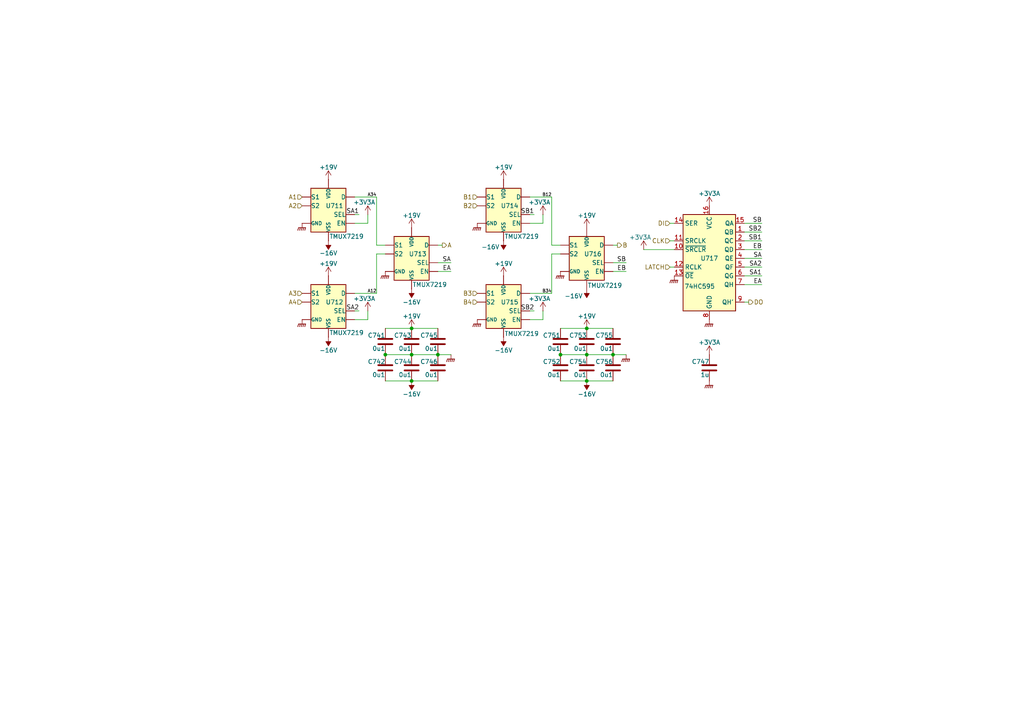
<source format=kicad_sch>
(kicad_sch (version 20250114) (generator "eeschema") (generator_version "9.0")
  (paper "A4")
  (lib_symbols
    (symbol "74xx:74HC595"
      (property "Reference" "U" (at -7.62 13.97 0))
      (property "Value" "74HC595" (at -7.62 -16.51 0))
      (symbol "74HC595_1_0"
        (pin input line (at -10.16 10.16 0) (length 2.54) (name "SER") (number "14"))
        (pin input line (at -10.16 5.08 0) (length 2.54) (name "SRCLK") (number "11"))
        (pin input line (at -10.16 2.54 0) (length 2.54) (name "~{SRCLR}") (number "10"))
        (pin input line (at -10.16 -2.54 0) (length 2.54) (name "RCLK") (number "12"))
        (pin input line (at -10.16 -5.08 0) (length 2.54) (name "~{OE}") (number "13"))
        (pin power_in line (at 0 15.24 270) (length 2.54) (name "VCC") (number "16"))
        (pin power_in line (at 0 -17.78 90) (length 2.54) (name "GND") (number "8"))
        (pin tri_state line (at 10.16 10.16 180) (length 2.54) (name "QA") (number "15"))
        (pin tri_state line (at 10.16 7.62 180) (length 2.54) (name "QB") (number "1"))
        (pin tri_state line (at 10.16 5.08 180) (length 2.54) (name "QC") (number "2"))
        (pin tri_state line (at 10.16 2.54 180) (length 2.54) (name "QD") (number "3"))
        (pin tri_state line (at 10.16 0 180) (length 2.54) (name "QE") (number "4"))
        (pin tri_state line (at 10.16 -2.54 180) (length 2.54) (name "QF") (number "5"))
        (pin tri_state line (at 10.16 -5.08 180) (length 2.54) (name "QG") (number "6"))
        (pin tri_state line (at 10.16 -7.62 180) (length 2.54) (name "QH") (number "7"))
        (pin output line (at 10.16 -12.7 180) (length 2.54) (name "QH'") (number "9"))
      )
      (symbol "74HC595_1_1"
        (rectangle (start -7.62 12.7) (end 7.62 -15.24) (stroke (width 0.254)) (fill (type background)))
      )
    )
    (symbol "Device:C" (pin_numbers (hide yes)) (pin_names (offset 0.254))
      (property "Reference" "C" (at 0.635 2.54 0))
      (property "Value" "C" (at 0.635 -2.54 0))
      (symbol "C_0_1"
        (polyline (pts (xy -2.032 0.762) (xy 2.032 0.762)) (stroke (width 0.508)))
        (polyline (pts (xy -2.032 -0.762) (xy 2.032 -0.762)) (stroke (width 0.508)))
      )
      (symbol "C_1_1"
        (pin passive line (at 0 3.81 270) (length 2.794) (name "~") (number "1"))
        (pin passive line (at 0 -3.81 90) (length 2.794) (name "~") (number "2"))
      )
    )
    (symbol "Parts:+19V" (power) (pin_numbers (hide yes)) (pin_names (offset 0) (hide yes))
      (property "Value" "+19V" (at 0 3.556 0))
      (symbol "+19V_0_1"
        (polyline (pts (xy -0.762 1.27) (xy 0 2.54)))
        (polyline (pts (xy 0 2.54) (xy 0.762 1.27)))
        (polyline (pts (xy 0 0) (xy 0 2.54)))
      )
      (symbol "+19V_1_1"
        (pin power_in line (at 0 0 90) (length 0) (name "~") (number "1"))
      )
    )
    (symbol "Parts:+3V3A" (power) (pin_numbers (hide yes)) (pin_names (offset 0) (hide yes))
      (property "Value" "+3V3A" (at 0 3.556 0))
      (symbol "+3V3A_0_1"
        (polyline (pts (xy -0.762 1.27) (xy 0 2.54)))
        (polyline (pts (xy 0 2.54) (xy 0.762 1.27)))
        (polyline (pts (xy 0 0) (xy 0 2.54)))
      )
      (symbol "+3V3A_1_1"
        (pin power_in line (at 0 0 90) (length 0) (name "~") (number "1"))
      )
    )
    (symbol "Parts:-16V" (power) (pin_numbers (hide yes)) (pin_names (offset 0) (hide yes))
      (property "Value" "-16V" (at 0 -3.556 0))
      (symbol "-16V_0_0"
        (pin power_in line (at 0 0 270) (length 0) (name "~") (number "1"))
      )
      (symbol "-16V_0_1"
        (polyline (pts (xy 0 0) (xy 0 -1.27) (xy -0.762 -1.27) (xy 0 -2.54) (xy 0.762 -1.27) (xy 0 -1.27)) (fill (type outline)))
      )
    )
    (symbol "Parts:TMUX7219" (pin_numbers (hide yes)) (pin_names (offset 0.002))
      (property "Reference" "U" (at 0 0 0))
      (property "Value" "TMUX7219" (at 5.334 7.366 0))
      (symbol "TMUX7219_0_1"
        (pin bidirectional line (at -7.62 3.81 0) (length 2.54) (name "D") (number "1"))
        (pin input line (at -7.62 -1.27 0) (length 2.54) (name "SEL") (number "6"))
        (pin input line (at -7.62 -3.81 0) (length 2.54) (name "EN") (number "5"))
        (pin power_in line (at 0 8.89 270) (length 2.54) (name "VDD") (number "4"))
        (pin power_in line (at 0 -8.89 90) (length 2.54) (name "VSS") (number "7"))
        (pin bidirectional line (at 7.62 3.81 180) (length 2.54) (name "S1") (number "2"))
        (pin bidirectional line (at 7.62 1.27 180) (length 2.54) (name "S2") (number "8"))
        (pin power_in line (at 7.62 -3.81 180) (length 2.54) (name "GND") (number "3"))
      )
      (symbol "TMUX7219_1_1"
        (rectangle (start -5.08 6.35) (end 5.08 -6.35) (stroke (width 0.254)) (fill (type background)))
      )
    )
    (symbol "TMUX7219_1" (pin_numbers (hide yes)) (pin_names (offset 0.002))
      (property "Reference" "U" (at 0 0 0))
      (property "Value" "TMUX7219" (at 5.334 7.366 0))
      (symbol "TMUX7219_1_0_1"
        (pin bidirectional line (at -7.62 3.81 0) (length 2.54) (name "D") (number "1"))
        (pin input line (at -7.62 -1.27 0) (length 2.54) (name "SEL") (number "6"))
        (pin input line (at -7.62 -3.81 0) (length 2.54) (name "EN") (number "5"))
        (pin power_in line (at 0 8.89 270) (length 2.54) (name "VDD") (number "4"))
        (pin power_in line (at 0 -8.89 90) (length 2.54) (name "VSS") (number "7"))
        (pin bidirectional line (at 7.62 3.81 180) (length 2.54) (name "S1") (number "2"))
        (pin bidirectional line (at 7.62 1.27 180) (length 2.54) (name "S2") (number "8"))
        (pin power_in line (at 7.62 -3.81 180) (length 2.54) (name "GND") (number "3"))
      )
      (symbol "TMUX7219_1_1_1"
        (rectangle (start -5.08 6.35) (end 5.08 -6.35) (stroke (width 0.254)) (fill (type background)))
      )
    )
    (symbol "TMUX7219_2" (pin_numbers (hide yes)) (pin_names (offset 0.002))
      (property "Reference" "U" (at 0 0 0))
      (property "Value" "TMUX7219" (at 5.334 7.366 0))
      (symbol "TMUX7219_2_0_1"
        (pin bidirectional line (at -7.62 3.81 0) (length 2.54) (name "D") (number "1"))
        (pin input line (at -7.62 -1.27 0) (length 2.54) (name "SEL") (number "6"))
        (pin input line (at -7.62 -3.81 0) (length 2.54) (name "EN") (number "5"))
        (pin power_in line (at 0 8.89 270) (length 2.54) (name "VDD") (number "4"))
        (pin power_in line (at 0 -8.89 90) (length 2.54) (name "VSS") (number "7"))
        (pin bidirectional line (at 7.62 3.81 180) (length 2.54) (name "S1") (number "2"))
        (pin bidirectional line (at 7.62 1.27 180) (length 2.54) (name "S2") (number "8"))
        (pin power_in line (at 7.62 -3.81 180) (length 2.54) (name "GND") (number "3"))
      )
      (symbol "TMUX7219_2_1_1"
        (rectangle (start -5.08 6.35) (end 5.08 -6.35) (stroke (width 0.254)) (fill (type background)))
      )
    )
    (symbol "TMUX7219_3" (pin_numbers (hide yes)) (pin_names (offset 0.002))
      (property "Reference" "U" (at 0 0 0))
      (property "Value" "TMUX7219" (at 5.334 7.366 0))
      (symbol "TMUX7219_3_0_1"
        (pin bidirectional line (at -7.62 3.81 0) (length 2.54) (name "D") (number "1"))
        (pin input line (at -7.62 -1.27 0) (length 2.54) (name "SEL") (number "6"))
        (pin input line (at -7.62 -3.81 0) (length 2.54) (name "EN") (number "5"))
        (pin power_in line (at 0 8.89 270) (length 2.54) (name "VDD") (number "4"))
        (pin power_in line (at 0 -8.89 90) (length 2.54) (name "VSS") (number "7"))
        (pin bidirectional line (at 7.62 3.81 180) (length 2.54) (name "S1") (number "2"))
        (pin bidirectional line (at 7.62 1.27 180) (length 2.54) (name "S2") (number "8"))
        (pin power_in line (at 7.62 -3.81 180) (length 2.54) (name "GND") (number "3"))
      )
      (symbol "TMUX7219_3_1_1"
        (rectangle (start -5.08 6.35) (end 5.08 -6.35) (stroke (width 0.254)) (fill (type background)))
      )
    )
    (symbol "TMUX7219_4" (pin_numbers (hide yes)) (pin_names (offset 0.002))
      (property "Reference" "U" (at 0 0 0))
      (property "Value" "TMUX7219" (at 5.334 7.366 0))
      (symbol "TMUX7219_4_0_1"
        (pin bidirectional line (at -7.62 3.81 0) (length 2.54) (name "D") (number "1"))
        (pin input line (at -7.62 -1.27 0) (length 2.54) (name "SEL") (number "6"))
        (pin input line (at -7.62 -3.81 0) (length 2.54) (name "EN") (number "5"))
        (pin power_in line (at 0 8.89 270) (length 2.54) (name "VDD") (number "4"))
        (pin power_in line (at 0 -8.89 90) (length 2.54) (name "VSS") (number "7"))
        (pin bidirectional line (at 7.62 3.81 180) (length 2.54) (name "S1") (number "2"))
        (pin bidirectional line (at 7.62 1.27 180) (length 2.54) (name "S2") (number "8"))
        (pin power_in line (at 7.62 -3.81 180) (length 2.54) (name "GND") (number "3"))
      )
      (symbol "TMUX7219_4_1_1"
        (rectangle (start -5.08 6.35) (end 5.08 -6.35) (stroke (width 0.254)) (fill (type background)))
      )
    )
    (symbol "TMUX7219_5" (pin_numbers (hide yes)) (pin_names (offset 0.002))
      (property "Reference" "U" (at 0 0 0))
      (property "Value" "TMUX7219" (at 5.334 7.366 0))
      (symbol "TMUX7219_5_0_1"
        (pin bidirectional line (at -7.62 3.81 0) (length 2.54) (name "D") (number "1"))
        (pin input line (at -7.62 -1.27 0) (length 2.54) (name "SEL") (number "6"))
        (pin input line (at -7.62 -3.81 0) (length 2.54) (name "EN") (number "5"))
        (pin power_in line (at 0 8.89 270) (length 2.54) (name "VDD") (number "4"))
        (pin power_in line (at 0 -8.89 90) (length 2.54) (name "VSS") (number "7"))
        (pin bidirectional line (at 7.62 3.81 180) (length 2.54) (name "S1") (number "2"))
        (pin bidirectional line (at 7.62 1.27 180) (length 2.54) (name "S2") (number "8"))
        (pin power_in line (at 7.62 -3.81 180) (length 2.54) (name "GND") (number "3"))
      )
      (symbol "TMUX7219_5_1_1"
        (rectangle (start -5.08 6.35) (end 5.08 -6.35) (stroke (width 0.254)) (fill (type background)))
      )
    )
    (symbol "power:GNDPWR" (power) (pin_numbers (hide yes)) (pin_names (offset 0) (hide yes))
      (property "Value" "GNDPWR" (at 0 -3.302 0))
      (symbol "GNDPWR_0_1"
        (polyline (pts (xy -1.016 -1.27) (xy -1.27 -2.032) (xy -1.27 -2.032)) (stroke (width 0.2032)))
        (polyline (pts (xy -0.508 -1.27) (xy -0.762 -2.032) (xy -0.762 -2.032)) (stroke (width 0.2032)))
        (polyline (pts (xy 0 -1.27) (xy 0 0)))
        (polyline (pts (xy 0 -1.27) (xy -0.254 -2.032) (xy -0.254 -2.032)) (stroke (width 0.2032)))
        (polyline (pts (xy 0.508 -1.27) (xy 0.254 -2.032) (xy 0.254 -2.032)) (stroke (width 0.2032)))
        (polyline (pts (xy 1.016 -1.27) (xy -1.016 -1.27) (xy -1.016 -1.27)) (stroke (width 0.2032)))
        (polyline (pts (xy 1.016 -1.27) (xy 0.762 -2.032) (xy 0.762 -2.032) (xy 0.762 -2.032)) (stroke (width 0.2032)))
      )
      (symbol "GNDPWR_1_1"
        (pin power_in line (at 0 0 270) (length 0) (name "~") (number "1"))
      )
    )
  )
  (junction (at 127 102.87))
  (junction (at 170.18 102.87))
  (junction (at 119.38 95.25))
  (junction (at 119.38 110.49))
  (junction (at 162.56 102.87))
  (junction (at 177.8 102.87))
  (junction (at 170.18 110.49))
  (junction (at 119.38 102.87))
  (junction (at 111.76 102.87))
  (junction (at 170.18 95.25))
  (wire (pts (xy 157.48 90.17) (xy 157.48 92.71)))
  (wire (pts (xy 215.9 74.93) (xy 220.98 74.93)))
  (wire (pts (xy 215.9 67.31) (xy 220.98 67.31)))
  (wire (pts (xy 102.87 62.23) (xy 104.14 62.23)))
  (wire (pts (xy 215.9 82.55) (xy 220.98 82.55)))
  (wire (pts (xy 153.67 62.23) (xy 154.94 62.23)))
  (wire (pts (xy 194.31 69.85) (xy 195.58 69.85)))
  (wire (pts (xy 111.76 95.25) (xy 119.38 95.25)))
  (wire (pts (xy 186.69 72.39) (xy 195.58 72.39)))
  (wire (pts (xy 127 76.2) (xy 130.81 76.2)))
  (wire (pts (xy 162.56 102.87) (xy 170.18 102.87)))
  (wire (pts (xy 153.67 92.71) (xy 157.48 92.71)))
  (wire (pts (xy 109.22 57.15) (xy 109.22 71.12)))
  (wire (pts (xy 157.48 62.23) (xy 157.48 64.77)))
  (wire (pts (xy 162.56 110.49) (xy 170.18 110.49)))
  (wire (pts (xy 162.56 95.25) (xy 170.18 95.25)))
  (wire (pts (xy 109.22 71.12) (xy 111.76 71.12)))
  (wire (pts (xy 106.68 64.77) (xy 102.87 64.77)))
  (wire (pts (xy 215.9 87.63) (xy 217.17 87.63)))
  (wire (pts (xy 153.67 85.09) (xy 160.02 85.09)))
  (wire (pts (xy 170.18 110.49) (xy 177.8 110.49)))
  (wire (pts (xy 119.38 110.49) (xy 127 110.49)))
  (wire (pts (xy 215.9 72.39) (xy 220.98 72.39)))
  (wire (pts (xy 106.68 62.23) (xy 106.68 64.77)))
  (wire (pts (xy 102.87 92.71) (xy 106.68 92.71)))
  (wire (pts (xy 160.02 57.15) (xy 160.02 71.12)))
  (wire (pts (xy 215.9 64.77) (xy 220.98 64.77)))
  (wire (pts (xy 177.8 78.74) (xy 181.61 78.74)))
  (wire (pts (xy 109.22 73.66) (xy 109.22 85.09)))
  (wire (pts (xy 102.87 57.15) (xy 109.22 57.15)))
  (wire (pts (xy 177.8 71.12) (xy 179.07 71.12)))
  (wire (pts (xy 127 102.87) (xy 119.38 102.87)))
  (wire (pts (xy 102.87 90.17) (xy 104.14 90.17)))
  (wire (pts (xy 194.31 64.77) (xy 195.58 64.77)))
  (wire (pts (xy 127 78.74) (xy 130.81 78.74)))
  (wire (pts (xy 215.9 69.85) (xy 220.98 69.85)))
  (wire (pts (xy 177.8 102.87) (xy 181.61 102.87)))
  (wire (pts (xy 215.9 80.01) (xy 220.98 80.01)))
  (wire (pts (xy 160.02 73.66) (xy 162.56 73.66)))
  (wire (pts (xy 119.38 95.25) (xy 127 95.25)))
  (wire (pts (xy 111.76 110.49) (xy 119.38 110.49)))
  (wire (pts (xy 194.31 77.47) (xy 195.58 77.47)))
  (wire (pts (xy 127 71.12) (xy 128.27 71.12)))
  (wire (pts (xy 153.67 64.77) (xy 157.48 64.77)))
  (wire (pts (xy 170.18 102.87) (xy 177.8 102.87)))
  (wire (pts (xy 111.76 102.87) (xy 119.38 102.87)))
  (wire (pts (xy 160.02 73.66) (xy 160.02 85.09)))
  (wire (pts (xy 170.18 95.25) (xy 177.8 95.25)))
  (wire (pts (xy 215.9 77.47) (xy 220.98 77.47)))
  (wire (pts (xy 102.87 85.09) (xy 109.22 85.09)))
  (wire (pts (xy 127 102.87) (xy 130.81 102.87)))
  (wire (pts (xy 160.02 71.12) (xy 162.56 71.12)))
  (wire (pts (xy 106.68 90.17) (xy 106.68 92.71)))
  (wire (pts (xy 177.8 76.2) (xy 181.61 76.2)))
  (wire (pts (xy 109.22 73.66) (xy 111.76 73.66)))
  (wire (pts (xy 153.67 57.15) (xy 160.02 57.15)))
  (wire (pts (xy 153.67 90.17) (xy 154.94 90.17)))
  (label "EB" (at 220.98 72.39 180))
  (label "A34" (at 109.22 57.15 180) (effects (font (size 0.889 0.889))))
  (label "SA" (at 220.98 74.93 180))
  (label "B12" (at 160.02 57.15 180) (effects (font (size 0.889 0.889))))
  (label "EB" (at 181.61 78.74 180))
  (label "SB2" (at 220.98 67.31 180))
  (label "SB" (at 181.61 76.2 180))
  (label "B34" (at 160.02 85.09 180) (effects (font (size 0.889 0.889))))
  (label "SA2" (at 220.98 77.47 180))
  (label "EA" (at 130.81 78.74 180))
  (label "EA" (at 220.98 82.55 180))
  (label "SA1" (at 104.14 62.23 180))
  (label "SB1" (at 154.94 62.23 180))
  (label "A12" (at 109.22 85.09 180) (effects (font (size 0.889 0.889))))
  (label "SB1" (at 220.98 69.85 180))
  (label "SA2" (at 104.14 90.17 180))
  (label "SA1" (at 220.98 80.01 180))
  (label "SB2" (at 154.94 90.17 180))
  (label "SA" (at 130.81 76.2 180))
  (label "SB" (at 220.98 64.77 180))
  (hierarchical_label "A3" (shape input) (at 87.63 85.09 180))
  (hierarchical_label "DI" (shape input) (at 194.31 64.77 180))
  (hierarchical_label "A1" (shape input) (at 87.63 57.15 180))
  (hierarchical_label "B" (shape output) (at 179.07 71.12 0))
  (hierarchical_label "LATCH" (shape input) (at 194.31 77.47 180))
  (hierarchical_label "A2" (shape input) (at 87.63 59.69 180))
  (hierarchical_label "B3" (shape input) (at 138.43 85.09 180))
  (hierarchical_label "A4" (shape input) (at 87.63 87.63 180))
  (hierarchical_label "DO" (shape output) (at 217.17 87.63 0))
  (hierarchical_label "A" (shape output) (at 128.27 71.12 0))
  (hierarchical_label "B4" (shape input) (at 138.43 87.63 180))
  (hierarchical_label "B2" (shape input) (at 138.43 59.69 180))
  (hierarchical_label "B1" (shape input) (at 138.43 57.15 180))
  (hierarchical_label "CLK" (shape input) (at 194.31 69.85 180))
  (symbol (lib_id "Device:C") (at 170.18 106.68 0) (unit 1)
    (property "Reference" "C754" (at 170.18 104.902 0) (effects (justify right)))
    (property "Value" "0u1" (at 170.18 108.712 0) (effects (justify right)))
    (property "Footprint" "Capacitor_SMD:C_0402_1005Metric" (effects (hide yes)))
    (property "Datasheet" "X7R, 50V" (effects (hide yes)))
    (property "Description" "Unpolarized capacitor" (effects (hide yes)))
    (property "LCSC" "C307331" (effects (hide yes)))
  )
  (symbol (lib_id "Device:C") (at 170.18 99.06 0) (unit 1)
    (property "Reference" "C753" (at 170.18 97.282 0) (effects (justify right)))
    (property "Value" "0u1" (at 170.18 101.092 0) (effects (justify right)))
    (property "Footprint" "Capacitor_SMD:C_0402_1005Metric" (effects (hide yes)))
    (property "Datasheet" "X7R, 50V" (effects (hide yes)))
    (property "Description" "Unpolarized capacitor" (effects (hide yes)))
    (property "LCSC" "C307331" (effects (hide yes)))
  )
  (symbol (lib_id "Parts:-16V") (at 95.25 69.85 0) (unit 1)
    (property "Reference" "#PWR716" (effects (hide yes)))
    (property "Value" "-16V" (at 95.25 73.406 0))
    (property "Description" "Power symbol creates a global label with name \"-16V\"" (effects (hide yes)))
  )
  (symbol (lib_id "Parts:+19V") (at 146.05 52.07 0) (unit 1)
    (property "Reference" "#PWR740" (effects (hide yes)))
    (property "Value" "+19V" (at 146.05 48.514 0))
    (property "Description" "Power symbol creates a global label with name \"+19\"" (effects (hide yes)))
  )
  (symbol (lib_name "TMUX7219_5") (lib_id "Parts:TMUX7219") (at 146.05 60.96 0) (mirror y) (unit 1)
    (property "Reference" "U714" (at 147.828 59.69 0))
    (property "Value" "TMUX7219" (at 146.304 68.58 0) (effects (justify right)))
    (property "Footprint" "Parts:MSOP-8_3x3mm_P0.65mm" (effects (hide yes)))
    (property "Datasheet" "https://www.ti.com/lit/gpn/tmux7219" (effects (hide yes)))
  )
  (symbol (lib_id "power:GNDPWR") (at 205.74 110.49 0) (unit 1)
    (property "Reference" "#PWR0768" (effects (hide yes)))
    (property "Value" "GNDPWR" (effects (hide yes)))
    (property "Description" "Power symbol creates a global label with name \"GNDPWR\" , global ground" (effects (hide yes)))
  )
  (symbol (lib_id "Parts:+19V") (at 170.18 95.25 0) (unit 1)
    (property "Reference" "#PWR749" (effects (hide yes)))
    (property "Value" "+19V" (at 170.18 91.694 0))
    (property "Description" "Power symbol creates a global label with name \"+19\"" (effects (hide yes)))
  )
  (symbol (lib_id "Parts:+19V") (at 95.25 52.07 0) (unit 1)
    (property "Reference" "#PWR715" (effects (hide yes)))
    (property "Value" "+19V" (at 95.25 48.514 0))
    (property "Description" "Power symbol creates a global label with name \"+19\"" (effects (hide yes)))
  )
  (symbol (lib_id "Parts:+19V") (at 119.38 66.04 0) (unit 1)
    (property "Reference" "#PWR738" (effects (hide yes)))
    (property "Value" "+19V" (at 119.38 62.484 0))
    (property "Description" "Power symbol creates a global label with name \"+19\"" (effects (hide yes)))
  )
  (symbol (lib_id "Parts:-16V") (at 119.38 83.82 0) (unit 1)
    (property "Reference" "#PWR739" (effects (hide yes)))
    (property "Value" "-16V" (at 119.38 87.63 0))
    (property "Description" "Power symbol creates a global label with name \"-16V\"" (effects (hide yes)))
  )
  (symbol (lib_id "power:GNDPWR") (at 138.43 92.71 0) (unit 1)
    (property "Reference" "#PWR0754" (effects (hide yes)))
    (property "Value" "GNDPWR" (effects (hide yes)))
    (property "Description" "Power symbol creates a global label with name \"GNDPWR\" , global ground" (effects (hide yes)))
  )
  (symbol (lib_id "Parts:TMUX7219") (at 146.05 88.9 0) (mirror y) (unit 1)
    (property "Reference" "U715" (at 147.828 87.63 0))
    (property "Value" "TMUX7219" (at 146.304 96.774 0) (effects (justify right)))
    (property "Footprint" "Parts:MSOP-8_3x3mm_P0.65mm" (effects (hide yes)))
    (property "Datasheet" "https://www.ti.com/lit/gpn/tmux7219" (effects (hide yes)))
  )
  (symbol (lib_id "Device:C") (at 111.76 99.06 0) (unit 1)
    (property "Reference" "C741" (at 111.76 97.282 0) (effects (justify right)))
    (property "Value" "0u1" (at 111.76 101.092 0) (effects (justify right)))
    (property "Footprint" "Capacitor_SMD:C_0402_1005Metric" (effects (hide yes)))
    (property "Datasheet" "X7R, 50V" (effects (hide yes)))
    (property "Description" "Unpolarized capacitor" (effects (hide yes)))
    (property "LCSC" "C307331" (effects (hide yes)))
  )
  (symbol (lib_id "Parts:-16V") (at 95.25 97.79 0) (unit 1)
    (property "Reference" "#PWR737" (effects (hide yes)))
    (property "Value" "-16V" (at 95.25 101.6 0))
    (property "Description" "Power symbol creates a global label with name \"-16V\"" (effects (hide yes)))
  )
  (symbol (lib_id "power:GNDPWR") (at 138.43 64.77 0) (unit 1)
    (property "Reference" "#PWR0753" (effects (hide yes)))
    (property "Value" "GNDPWR" (effects (hide yes)))
    (property "Description" "Power symbol creates a global label with name \"GNDPWR\" , global ground" (effects (hide yes)))
  )
  (symbol (lib_id "Parts:+3V3A") (at 186.69 72.39 0) (unit 1)
    (property "Reference" "#PWR0726" (effects (hide yes)))
    (property "Value" "+3V3A" (at 185.674 68.834 0))
    (property "Description" "Power symbol creates a global label with name {dblquote}+3V3A{dblquote}" (effects (hide yes)))
  )
  (symbol (lib_id "Device:C") (at 111.76 106.68 0) (unit 1)
    (property "Reference" "C742" (at 111.76 104.902 0) (effects (justify right)))
    (property "Value" "0u1" (at 111.76 108.712 0) (effects (justify right)))
    (property "Footprint" "Capacitor_SMD:C_0402_1005Metric" (effects (hide yes)))
    (property "Datasheet" "X7R, 50V" (effects (hide yes)))
    (property "Description" "Unpolarized capacitor" (effects (hide yes)))
    (property "LCSC" "C307331" (effects (hide yes)))
  )
  (symbol (lib_id "power:GNDPWR") (at 87.63 64.77 0) (unit 1)
    (property "Reference" "#PWR0755" (effects (hide yes)))
    (property "Value" "GNDPWR" (effects (hide yes)))
    (property "Description" "Power symbol creates a global label with name \"GNDPWR\" , global ground" (effects (hide yes)))
  )
  (symbol (lib_name "TMUX7219_4") (lib_id "Parts:TMUX7219") (at 119.38 74.93 0) (mirror y) (unit 1)
    (property "Reference" "U713" (at 121.158 73.66 0))
    (property "Value" "TMUX7219" (at 119.634 82.55 0) (effects (justify right)))
    (property "Footprint" "Parts:MSOP-8_3x3mm_P0.65mm" (effects (hide yes)))
    (property "Datasheet" "https://www.ti.com/lit/gpn/tmux7219" (effects (hide yes)))
  )
  (symbol (lib_id "Parts:-16V") (at 170.18 83.82 0) (unit 1)
    (property "Reference" "#PWR745" (effects (hide yes)))
    (property "Value" "-16V" (at 166.37 85.852 0))
    (property "Description" "Power symbol creates a global label with name \"-16V\"" (effects (hide yes)))
  )
  (symbol (lib_id "74xx:74HC595") (at 205.74 74.93 0) (unit 1)
    (property "Reference" "U717" (at 205.74 74.93 0))
    (property "Value" "74HC595" (at 202.946 83.058 0))
    (property "Footprint" "Package_SO:SOIC-16_3.9x9.9mm_P1.27mm" (effects (hide yes)))
    (property "Datasheet" "http://www.ti.com/lit/ds/symlink/sn74hc595.pdf" (effects (hide yes)))
    (property "Description" "8-bit serial in/out Shift Register 3-State Outputs" (effects (hide yes)))
    (property "LCSC" "C5947" (effects (hide yes)))
  )
  (symbol (lib_id "Device:C") (at 162.56 99.06 0) (unit 1)
    (property "Reference" "C751" (at 162.56 97.282 0) (effects (justify right)))
    (property "Value" "0u1" (at 162.56 101.092 0) (effects (justify right)))
    (property "Footprint" "Capacitor_SMD:C_0402_1005Metric" (effects (hide yes)))
    (property "Datasheet" "X7R, 50V" (effects (hide yes)))
    (property "Description" "Unpolarized capacitor" (effects (hide yes)))
    (property "LCSC" "C307331" (effects (hide yes)))
  )
  (symbol (lib_id "Device:C") (at 127 99.06 0) (unit 1)
    (property "Reference" "C745" (at 127 97.282 0) (effects (justify right)))
    (property "Value" "0u1" (at 127 101.092 0) (effects (justify right)))
    (property "Footprint" "Capacitor_SMD:C_0402_1005Metric" (effects (hide yes)))
    (property "Datasheet" "X7R, 50V" (effects (hide yes)))
    (property "Description" "Unpolarized capacitor" (effects (hide yes)))
    (property "LCSC" "C307331" (effects (hide yes)))
  )
  (symbol (lib_id "Parts:+3V3A") (at 157.48 90.17 0) (unit 1)
    (property "Reference" "#PWR0769" (effects (hide yes)))
    (property "Value" "+3V3A" (at 156.464 86.614 0))
    (property "Description" "Power symbol creates a global label with name {dblquote}+3V3A{dblquote}" (effects (hide yes)))
  )
  (symbol (lib_id "Parts:+3V3A") (at 106.68 62.23 0) (unit 1)
    (property "Reference" "#PWR0730" (effects (hide yes)))
    (property "Value" "+3V3A" (at 105.664 58.674 0))
    (property "Description" "Power symbol creates a global label with name {dblquote}+3V3A{dblquote}" (effects (hide yes)))
  )
  (symbol (lib_name "TMUX7219_2") (lib_id "Parts:TMUX7219") (at 95.25 88.9 0) (mirror y) (unit 1)
    (property "Reference" "U712" (at 97.028 87.63 0))
    (property "Value" "TMUX7219" (at 95.504 96.52 0) (effects (justify right)))
    (property "Footprint" "Parts:MSOP-8_3x3mm_P0.65mm" (effects (hide yes)))
    (property "Datasheet" "https://www.ti.com/lit/gpn/tmux7219" (effects (hide yes)))
  )
  (symbol (lib_id "Device:C") (at 119.38 106.68 0) (unit 1)
    (property "Reference" "C744" (at 119.38 104.902 0) (effects (justify right)))
    (property "Value" "0u1" (at 119.38 108.712 0) (effects (justify right)))
    (property "Footprint" "Capacitor_SMD:C_0402_1005Metric" (effects (hide yes)))
    (property "Datasheet" "X7R, 50V" (effects (hide yes)))
    (property "Description" "Unpolarized capacitor" (effects (hide yes)))
    (property "LCSC" "C307331" (effects (hide yes)))
  )
  (symbol (lib_id "power:GNDPWR") (at 162.56 78.74 0) (unit 1)
    (property "Reference" "#PWR0752" (effects (hide yes)))
    (property "Value" "GNDPWR" (effects (hide yes)))
    (property "Description" "Power symbol creates a global label with name \"GNDPWR\" , global ground" (effects (hide yes)))
  )
  (symbol (lib_id "Parts:+19V") (at 119.38 95.25 0) (unit 1)
    (property "Reference" "#PWR748" (effects (hide yes)))
    (property "Value" "+19V" (at 119.38 91.694 0))
    (property "Description" "Power symbol creates a global label with name \"+19\"" (effects (hide yes)))
  )
  (symbol (lib_id "Parts:-16V") (at 146.05 97.79 0) (unit 1)
    (property "Reference" "#PWR743" (effects (hide yes)))
    (property "Value" "-16V" (at 146.05 101.6 0))
    (property "Description" "Power symbol creates a global label with name \"-16V\"" (effects (hide yes)))
  )
  (symbol (lib_id "power:GNDPWR") (at 130.81 102.87 0) (unit 1)
    (property "Reference" "#PWR0746" (effects (hide yes)))
    (property "Value" "GNDPWR" (effects (hide yes)))
    (property "Description" "Power symbol creates a global label with name \"GNDPWR\" , global ground" (effects (hide yes)))
  )
  (symbol (lib_id "Parts:-16V") (at 119.38 110.49 0) (unit 1)
    (property "Reference" "#PWR747" (effects (hide yes)))
    (property "Value" "-16V" (at 119.38 114.3 0))
    (property "Description" "Power symbol creates a global label with name \"-16V\"" (effects (hide yes)))
  )
  (symbol (lib_id "Device:C") (at 205.74 106.68 0) (unit 1)
    (property "Reference" "C747" (at 205.74 104.902 0) (effects (justify right)))
    (property "Value" "1u" (at 205.74 108.712 0) (effects (justify right)))
    (property "Footprint" "Capacitor_SMD:C_0402_1005Metric" (effects (hide yes)))
    (property "Datasheet" "25V" (effects (hide yes)))
    (property "Description" "Unpolarized capacitor" (effects (hide yes)))
    (property "LCSC" "C52923" (effects (hide yes)))
  )
  (symbol (lib_id "Device:C") (at 119.38 99.06 0) (unit 1)
    (property "Reference" "C743" (at 119.38 97.282 0) (effects (justify right)))
    (property "Value" "0u1" (at 119.38 101.092 0) (effects (justify right)))
    (property "Footprint" "Capacitor_SMD:C_0402_1005Metric" (effects (hide yes)))
    (property "Datasheet" "X7R, 50V" (effects (hide yes)))
    (property "Description" "Unpolarized capacitor" (effects (hide yes)))
    (property "LCSC" "C307331" (effects (hide yes)))
  )
  (symbol (lib_id "Parts:+19V") (at 95.25 80.01 0) (unit 1)
    (property "Reference" "#PWR720" (effects (hide yes)))
    (property "Value" "+19V" (at 95.25 76.454 0))
    (property "Description" "Power symbol creates a global label with name \"+19\"" (effects (hide yes)))
  )
  (symbol (lib_id "Device:C") (at 162.56 106.68 0) (unit 1)
    (property "Reference" "C752" (at 162.56 104.902 0) (effects (justify right)))
    (property "Value" "0u1" (at 162.56 108.712 0) (effects (justify right)))
    (property "Footprint" "Capacitor_SMD:C_0402_1005Metric" (effects (hide yes)))
    (property "Datasheet" "X7R, 50V" (effects (hide yes)))
    (property "Description" "Unpolarized capacitor" (effects (hide yes)))
    (property "LCSC" "C307331" (effects (hide yes)))
  )
  (symbol (lib_id "Parts:+3V3A") (at 205.74 59.69 0) (unit 1)
    (property "Reference" "#PWR0759" (effects (hide yes)))
    (property "Value" "+3V3A" (at 205.74 56.134 0))
    (property "Description" "Power symbol creates a global label with name {dblquote}+3V3A{dblquote}" (effects (hide yes)))
  )
  (symbol (lib_id "Parts:-16V") (at 170.18 110.49 0) (unit 1)
    (property "Reference" "#PWR750" (effects (hide yes)))
    (property "Value" "-16V" (at 170.18 114.3 0))
    (property "Description" "Power symbol creates a global label with name \"-16V\"" (effects (hide yes)))
  )
  (symbol (lib_id "Parts:-16V") (at 146.05 69.85 0) (unit 1)
    (property "Reference" "#PWR741" (effects (hide yes)))
    (property "Value" "-16V" (at 142.24 71.628 0))
    (property "Description" "Power symbol creates a global label with name \"-16V\"" (effects (hide yes)))
  )
  (symbol (lib_id "Parts:+3V3A") (at 205.74 102.87 0) (unit 1)
    (property "Reference" "#PWR0767" (effects (hide yes)))
    (property "Value" "+3V3A" (at 205.74 99.314 0))
    (property "Description" "Power symbol creates a global label with name {dblquote}+3V3A{dblquote}" (effects (hide yes)))
  )
  (symbol (lib_id "power:GNDPWR") (at 181.61 102.87 0) (unit 1)
    (property "Reference" "#PWR0751" (effects (hide yes)))
    (property "Value" "GNDPWR" (effects (hide yes)))
    (property "Description" "Power symbol creates a global label with name \"GNDPWR\" , global ground" (effects (hide yes)))
  )
  (symbol (lib_name "TMUX7219_3") (lib_id "Parts:TMUX7219") (at 95.25 60.96 0) (mirror y) (unit 1)
    (property "Reference" "U711" (at 97.028 59.69 0))
    (property "Value" "TMUX7219" (at 95.504 68.58 0) (effects (justify right)))
    (property "Footprint" "Parts:MSOP-8_3x3mm_P0.65mm" (effects (hide yes)))
    (property "Datasheet" "https://www.ti.com/lit/gpn/tmux7219" (effects (hide yes)))
  )
  (symbol (lib_id "Device:C") (at 177.8 99.06 0) (unit 1)
    (property "Reference" "C755" (at 177.8 97.282 0) (effects (justify right)))
    (property "Value" "0u1" (at 177.8 101.092 0) (effects (justify right)))
    (property "Footprint" "Capacitor_SMD:C_0402_1005Metric" (effects (hide yes)))
    (property "Datasheet" "X7R, 50V" (effects (hide yes)))
    (property "Description" "Unpolarized capacitor" (effects (hide yes)))
    (property "LCSC" "C307331" (effects (hide yes)))
  )
  (symbol (lib_id "Parts:+19V") (at 170.18 66.04 0) (unit 1)
    (property "Reference" "#PWR744" (effects (hide yes)))
    (property "Value" "+19V" (at 170.18 62.484 0))
    (property "Description" "Power symbol creates a global label with name \"+19\"" (effects (hide yes)))
  )
  (symbol (lib_id "Parts:+3V3A") (at 157.48 62.23 0) (unit 1)
    (property "Reference" "#PWR0766" (effects (hide yes)))
    (property "Value" "+3V3A" (at 156.464 58.674 0))
    (property "Description" "Power symbol creates a global label with name {dblquote}+3V3A{dblquote}" (effects (hide yes)))
  )
  (symbol (lib_id "Parts:+3V3A") (at 106.68 90.17 0) (unit 1)
    (property "Reference" "#PWR0764" (effects (hide yes)))
    (property "Value" "+3V3A" (at 105.664 86.614 0))
    (property "Description" "Power symbol creates a global label with name {dblquote}+3V3A{dblquote}" (effects (hide yes)))
  )
  (symbol (lib_id "Parts:+19V") (at 146.05 80.01 0) (unit 1)
    (property "Reference" "#PWR742" (effects (hide yes)))
    (property "Value" "+19V" (at 146.05 76.454 0))
    (property "Description" "Power symbol creates a global label with name \"+19\"" (effects (hide yes)))
  )
  (symbol (lib_id "power:GNDPWR") (at 111.76 78.74 0) (unit 1)
    (property "Reference" "#PWR0757" (effects (hide yes)))
    (property "Value" "GNDPWR" (effects (hide yes)))
    (property "Description" "Power symbol creates a global label with name \"GNDPWR\" , global ground" (effects (hide yes)))
  )
  (symbol (lib_id "power:GNDPWR") (at 205.74 92.71 0) (unit 1)
    (property "Reference" "#PWR0760" (effects (hide yes)))
    (property "Value" "GNDPWR" (effects (hide yes)))
    (property "Description" "Power symbol creates a global label with name \"GNDPWR\" , global ground" (effects (hide yes)))
  )
  (symbol (lib_id "Device:C") (at 177.8 106.68 0) (unit 1)
    (property "Reference" "C756" (at 177.8 104.902 0) (effects (justify right)))
    (property "Value" "0u1" (at 177.8 108.712 0) (effects (justify right)))
    (property "Footprint" "Capacitor_SMD:C_0402_1005Metric" (effects (hide yes)))
    (property "Datasheet" "X7R, 50V" (effects (hide yes)))
    (property "Description" "Unpolarized capacitor" (effects (hide yes)))
    (property "LCSC" "C307331" (effects (hide yes)))
  )
  (symbol (lib_id "power:GNDPWR") (at 87.63 92.71 0) (unit 1)
    (property "Reference" "#PWR0756" (effects (hide yes)))
    (property "Value" "GNDPWR" (effects (hide yes)))
    (property "Description" "Power symbol creates a global label with name \"GNDPWR\" , global ground" (effects (hide yes)))
  )
  (symbol (lib_name "TMUX7219_1") (lib_id "Parts:TMUX7219") (at 170.18 74.93 0) (mirror y) (unit 1)
    (property "Reference" "U716" (at 171.958 73.66 0))
    (property "Value" "TMUX7219" (at 170.434 82.804 0) (effects (justify right)))
    (property "Footprint" "Parts:MSOP-8_3x3mm_P0.65mm" (effects (hide yes)))
    (property "Datasheet" "https://www.ti.com/lit/gpn/tmux7219" (effects (hide yes)))
  )
  (symbol (lib_id "power:GNDPWR") (at 195.58 80.01 0) (unit 1)
    (property "Reference" "#PWR0758" (effects (hide yes)))
    (property "Value" "GNDPWR" (effects (hide yes)))
    (property "Description" "Power symbol creates a global label with name \"GNDPWR\" , global ground" (effects (hide yes)))
  )
  (symbol (lib_id "Device:C") (at 127 106.68 0) (unit 1)
    (property "Reference" "C746" (at 127 104.902 0) (effects (justify right)))
    (property "Value" "0u1" (at 127 108.712 0) (effects (justify right)))
    (property "Footprint" "Capacitor_SMD:C_0402_1005Metric" (effects (hide yes)))
    (property "Datasheet" "X7R, 50V" (effects (hide yes)))
    (property "Description" "Unpolarized capacitor" (effects (hide yes)))
    (property "LCSC" "C307331" (effects (hide yes)))
  )
)
</source>
